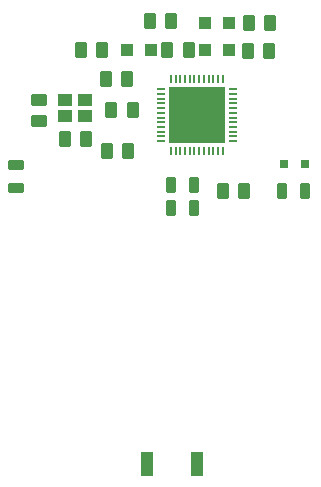
<source format=gtp>
G04*
G04 #@! TF.GenerationSoftware,Altium Limited,Altium Designer,18.1.6 (161)*
G04*
G04 Layer_Color=8421504*
%FSLAX25Y25*%
%MOIN*%
G70*
G01*
G75*
G04:AMPARAMS|DCode=17|XSize=51.18mil|YSize=31.5mil|CornerRadius=3.94mil|HoleSize=0mil|Usage=FLASHONLY|Rotation=270.000|XOffset=0mil|YOffset=0mil|HoleType=Round|Shape=RoundedRectangle|*
%AMROUNDEDRECTD17*
21,1,0.05118,0.02362,0,0,270.0*
21,1,0.04331,0.03150,0,0,270.0*
1,1,0.00787,-0.01181,-0.02165*
1,1,0.00787,-0.01181,0.02165*
1,1,0.00787,0.01181,0.02165*
1,1,0.00787,0.01181,-0.02165*
%
%ADD17ROUNDEDRECTD17*%
%ADD18R,0.03950X0.03900*%
G04:AMPARAMS|DCode=19|XSize=51.18mil|YSize=31.5mil|CornerRadius=3.94mil|HoleSize=0mil|Usage=FLASHONLY|Rotation=0.000|XOffset=0mil|YOffset=0mil|HoleType=Round|Shape=RoundedRectangle|*
%AMROUNDEDRECTD19*
21,1,0.05118,0.02362,0,0,0.0*
21,1,0.04331,0.03150,0,0,0.0*
1,1,0.00787,0.02165,-0.01181*
1,1,0.00787,-0.02165,-0.01181*
1,1,0.00787,-0.02165,0.01181*
1,1,0.00787,0.02165,0.01181*
%
%ADD19ROUNDEDRECTD19*%
G04:AMPARAMS|DCode=20|XSize=55.12mil|YSize=39.37mil|CornerRadius=4.92mil|HoleSize=0mil|Usage=FLASHONLY|Rotation=270.000|XOffset=0mil|YOffset=0mil|HoleType=Round|Shape=RoundedRectangle|*
%AMROUNDEDRECTD20*
21,1,0.05512,0.02953,0,0,270.0*
21,1,0.04528,0.03937,0,0,270.0*
1,1,0.00984,-0.01476,-0.02264*
1,1,0.00984,-0.01476,0.02264*
1,1,0.00984,0.01476,0.02264*
1,1,0.00984,0.01476,-0.02264*
%
%ADD20ROUNDEDRECTD20*%
G04:AMPARAMS|DCode=21|XSize=55.12mil|YSize=39.37mil|CornerRadius=4.92mil|HoleSize=0mil|Usage=FLASHONLY|Rotation=180.000|XOffset=0mil|YOffset=0mil|HoleType=Round|Shape=RoundedRectangle|*
%AMROUNDEDRECTD21*
21,1,0.05512,0.02953,0,0,180.0*
21,1,0.04528,0.03937,0,0,180.0*
1,1,0.00984,-0.02264,0.01476*
1,1,0.00984,0.02264,0.01476*
1,1,0.00984,0.02264,-0.01476*
1,1,0.00984,-0.02264,-0.01476*
%
%ADD21ROUNDEDRECTD21*%
%ADD22R,0.04724X0.04331*%
%ADD23R,0.03937X0.07874*%
%ADD24R,0.02756X0.03150*%
%ADD25R,0.00787X0.02559*%
%ADD26R,0.02559X0.00787*%
%ADD27R,0.18504X0.18504*%
D17*
X143012Y105118D02*
D03*
X135138D02*
D03*
X98130Y107087D02*
D03*
X106004D02*
D03*
Y99213D02*
D03*
X98130D02*
D03*
D18*
X109559Y161024D02*
D03*
X117409D02*
D03*
X109559Y151969D02*
D03*
X117409D02*
D03*
X83575D02*
D03*
X91425D02*
D03*
D19*
X46555Y113779D02*
D03*
Y105905D02*
D03*
D20*
X115453Y105118D02*
D03*
X122539D02*
D03*
X131201Y161024D02*
D03*
X124114D02*
D03*
X130807Y151575D02*
D03*
X123721D02*
D03*
X68209Y151969D02*
D03*
X75295D02*
D03*
X98130Y161811D02*
D03*
X91043D02*
D03*
X76870Y118405D02*
D03*
X83957D02*
D03*
X96949Y151969D02*
D03*
X104035D02*
D03*
X76476Y142224D02*
D03*
X83563D02*
D03*
X78347Y131890D02*
D03*
X85433D02*
D03*
X69784Y122441D02*
D03*
X62697D02*
D03*
D21*
X54036Y135433D02*
D03*
Y128347D02*
D03*
D22*
X69587Y129921D02*
D03*
X62894D02*
D03*
Y135433D02*
D03*
X69587D02*
D03*
D23*
X106693Y14173D02*
D03*
X90158Y14173D02*
D03*
D24*
X135925Y114173D02*
D03*
X143012D02*
D03*
D25*
X98130Y142224D02*
D03*
X101279D02*
D03*
X99705D02*
D03*
X104429D02*
D03*
X102854D02*
D03*
X107579D02*
D03*
X106004D02*
D03*
X109153D02*
D03*
X112303D02*
D03*
X110728D02*
D03*
X115453D02*
D03*
X113878D02*
D03*
X99705Y118406D02*
D03*
X98130D02*
D03*
X106004D02*
D03*
X104429D02*
D03*
X107579D02*
D03*
X101279D02*
D03*
X102854D02*
D03*
X112303D02*
D03*
X109153D02*
D03*
X110728D02*
D03*
X113878D02*
D03*
X115453D02*
D03*
D26*
X94882Y138976D02*
D03*
Y135827D02*
D03*
Y134252D02*
D03*
Y137402D02*
D03*
Y131102D02*
D03*
Y129528D02*
D03*
Y132677D02*
D03*
X118701Y138976D02*
D03*
Y137402D02*
D03*
Y135827D02*
D03*
Y132677D02*
D03*
Y131102D02*
D03*
Y134252D02*
D03*
Y127953D02*
D03*
Y129528D02*
D03*
X94882Y126378D02*
D03*
Y124803D02*
D03*
Y127953D02*
D03*
Y123228D02*
D03*
Y121654D02*
D03*
X118701Y124803D02*
D03*
Y123228D02*
D03*
Y126378D02*
D03*
Y121654D02*
D03*
D27*
X106791Y130315D02*
D03*
M02*

</source>
